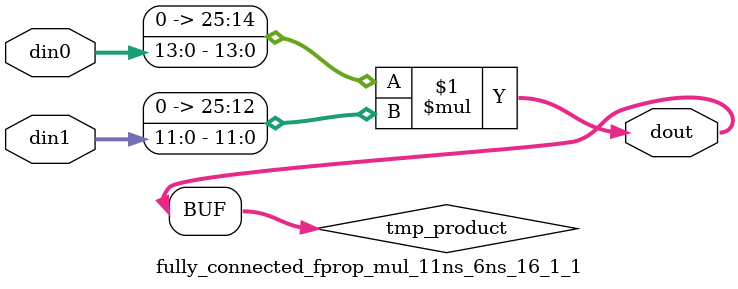
<source format=v>

`timescale 1 ns / 1 ps

 module fully_connected_fprop_mul_11ns_6ns_16_1_1(din0, din1, dout);
parameter ID = 1;
parameter NUM_STAGE = 0;
parameter din0_WIDTH = 14;
parameter din1_WIDTH = 12;
parameter dout_WIDTH = 26;

input [din0_WIDTH - 1 : 0] din0; 
input [din1_WIDTH - 1 : 0] din1; 
output [dout_WIDTH - 1 : 0] dout;

wire signed [dout_WIDTH - 1 : 0] tmp_product;
























assign tmp_product = $signed({1'b0, din0}) * $signed({1'b0, din1});











assign dout = tmp_product;





















endmodule

</source>
